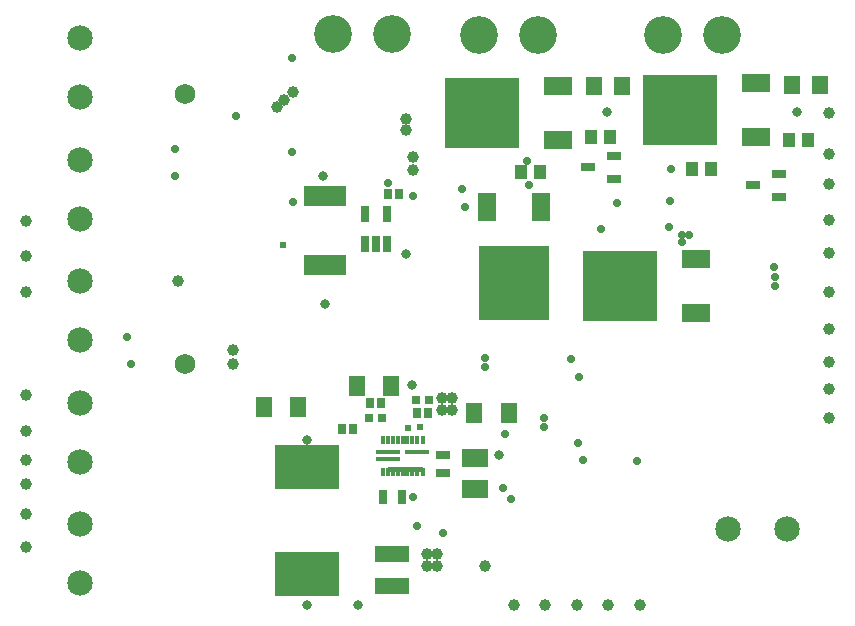
<source format=gbr>
%FSTAX23Y23*%
%MOIN*%
%SFA1B1*%

%IPPOS*%
%ADD80R,0.063000X0.098000*%
%ADD81R,0.232020X0.251310*%
%ADD82R,0.043430X0.047370*%
%ADD83R,0.098000X0.063000*%
%ADD84R,0.251310X0.232020*%
%ADD85C,0.031620*%
%ADD86R,0.049340X0.031620*%
%ADD87R,0.143830X0.065090*%
%ADD88R,0.053280X0.063120*%
%ADD89R,0.031620X0.055240*%
%ADD90R,0.031620X0.032410*%
%ADD91R,0.216660X0.145400*%
%ADD92R,0.078800X0.015810*%
%ADD93R,0.015810X0.031560*%
%ADD94R,0.011870X0.031560*%
%ADD95R,0.055240X0.070990*%
%ADD96R,0.087130X0.062330*%
%ADD97R,0.026700X0.027690*%
%ADD98R,0.029260X0.045010*%
%ADD99R,0.115090X0.056030*%
%ADD100R,0.045010X0.029260*%
%ADD101C,0.084770*%
%ADD102C,0.068000*%
%ADD103C,0.126110*%
%ADD104C,0.027690*%
%ADD105C,0.039500*%
%ADD106C,0.023750*%
%LNpwr_board_final_soldermask_bot-1*%
%LPD*%
G36*
X01439Y00483D02*
X0132D01*
Y005*
X01439*
Y00483*
G37*
G54D80*
X0165Y01368D03*
X0183D03*
G54D81*
X0174Y01115D03*
G54D82*
X02333Y01495D03*
X02396D03*
X01763Y01485D03*
X01826D03*
X02721Y0159D03*
X02658D03*
X02061Y016D03*
X01998D03*
G54D83*
X02348Y01015D03*
Y01195D03*
X02548Y0178D03*
Y016D03*
X01888Y0177D03*
Y0159D03*
G54D84*
X02095Y01105D03*
X02295Y0169D03*
X01635Y0168D03*
G54D85*
X02685Y01685D03*
X0205D03*
X0138Y0121D03*
X0111Y01045D03*
X01105Y0147D03*
X014Y00775D03*
X0169Y0054D03*
X0105Y0059D03*
X01221Y0004D03*
X0105D03*
G54D86*
X02536Y0144D03*
X02623Y01402D03*
Y01477D03*
X02073Y01537D03*
Y01462D03*
X01986Y015D03*
G54D87*
X0111Y01175D03*
Y01404D03*
G54D88*
X02668Y01775D03*
X02761D03*
X02101Y0177D03*
X02008D03*
G54D89*
X01318Y01344D03*
X01243D03*
Y01245D03*
X0128D03*
X01318D03*
G54D90*
X01358Y0141D03*
X01321D03*
X01298Y00715D03*
X01261D03*
X01454Y0068D03*
X01417D03*
X01203Y00628D03*
X01167D03*
G54D91*
X0105Y00145D03*
X0105Y005D03*
G54D92*
X0132Y0055D03*
Y00526D03*
X01419Y0055D03*
G54D93*
X01303Y00485D03*
X01437D03*
Y00591D03*
X01303D03*
G54D94*
X01322Y00485D03*
X01338D03*
X01354D03*
X0137D03*
X01385D03*
X01401D03*
X01417D03*
Y00591D03*
X01401D03*
X01385D03*
X0137D03*
X01354D03*
X01338D03*
X01322D03*
G54D95*
X00907Y007D03*
X01022D03*
X01217Y0077D03*
X01331D03*
X01609Y0068D03*
X01723D03*
G54D96*
X0161Y00531D03*
Y00428D03*
G54D97*
X01415Y00725D03*
X01456D03*
X01259Y00665D03*
X013D03*
G54D98*
X01304Y004D03*
X01367D03*
G54D99*
X01335Y00105D03*
Y00212D03*
G54D100*
X01505Y00542D03*
Y0048D03*
G54D101*
X02454Y00295D03*
X0265D03*
X00295Y0031D03*
Y00113D03*
Y01931D03*
Y01735D03*
Y01525D03*
Y01328D03*
Y00715D03*
Y00518D03*
Y0112D03*
Y00923D03*
G54D102*
X00645Y00845D03*
X00645Y01745D03*
G54D103*
X01822Y0194D03*
X01625D03*
X01335Y01945D03*
X01139D03*
X02435Y0194D03*
X02239D03*
G54D104*
X02083Y01382D03*
X02261Y01388D03*
X02256Y01301D03*
X023Y01275D03*
Y0125D03*
X02325Y01275D03*
X0179Y0144D03*
X01785Y0152D03*
X02265Y01495D03*
X02609Y01166D03*
X0261Y01105D03*
Y01135D03*
X0203Y01295D03*
X01569Y01428D03*
X01576Y01366D03*
X01005Y01385D03*
X01321Y01448D03*
X00465Y00845D03*
X0045Y00935D03*
X01Y0155D03*
X0061Y0147D03*
Y0156D03*
X01404Y004D03*
X01416Y00304D03*
X01002Y01865D03*
X01957Y008D03*
X0173Y00395D03*
X01705Y0043D03*
X0171Y0061D03*
X01405Y01405D03*
X0193Y0086D03*
X01645Y00835D03*
X0184Y00635D03*
X00814Y0167D03*
X0197Y00525D03*
X01953Y00579D03*
X01505Y00279D03*
X0184Y00665D03*
X01645Y00865D03*
X02151Y00522D03*
G54D105*
X00805Y00845D03*
X0279Y0168D03*
Y01545D03*
Y01445D03*
Y01325D03*
Y01215D03*
Y01085D03*
Y0096D03*
Y0085D03*
Y0076D03*
Y00665D03*
X00115Y0132D03*
Y01205D03*
Y01085D03*
Y0074D03*
Y0062D03*
Y00525D03*
Y00445D03*
Y00345D03*
Y00235D03*
X0174Y0004D03*
X01845D03*
X0195D03*
X02055D03*
X0216D03*
X00805Y0089D03*
X00975Y01725D03*
X01535Y0069D03*
Y0073D03*
X01485Y0021D03*
X0145D03*
X01005Y0175D03*
X0095Y017D03*
X01645Y0017D03*
X01485D03*
X0145D03*
X0138Y0166D03*
Y01625D03*
X01405Y0149D03*
Y01535D03*
X015Y0069D03*
Y0073D03*
X00622Y01121D03*
G54D106*
X01429Y00635D03*
X0097Y0124D03*
X01389Y0063D03*
M02*
</source>
